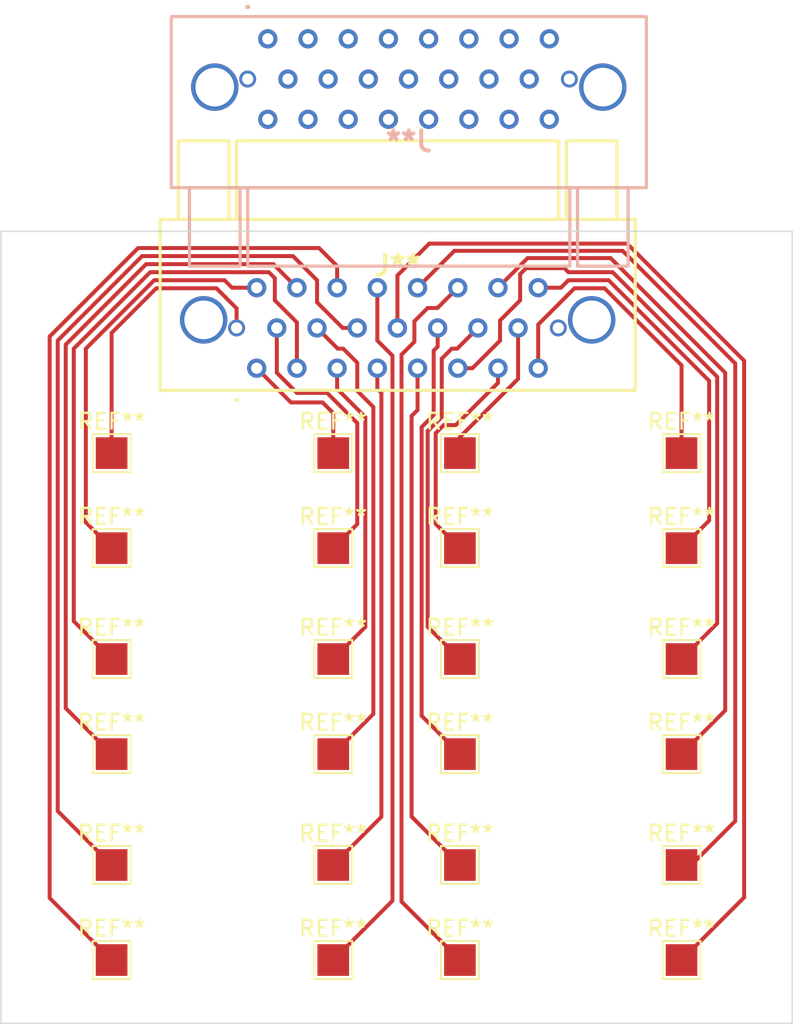
<source format=kicad_pcb>
(kicad_pcb (version 20171130) (host pcbnew 5.1.10)

  (general
    (thickness 1.6)
    (drawings 16)
    (tracks 140)
    (zones 0)
    (modules 26)
    (nets 1)
  )

  (page A4)
  (layers
    (0 F.Cu signal)
    (31 B.Cu signal)
    (32 B.Adhes user hide)
    (33 F.Adhes user hide)
    (34 B.Paste user hide)
    (35 F.Paste user hide)
    (36 B.SilkS user hide)
    (37 F.SilkS user hide)
    (38 B.Mask user hide)
    (39 F.Mask user hide)
    (40 Dwgs.User user)
    (41 Cmts.User user hide)
    (42 Eco1.User user hide)
    (43 Eco2.User user hide)
    (44 Edge.Cuts user)
    (45 Margin user hide)
    (46 B.CrtYd user hide)
    (47 F.CrtYd user hide)
    (48 B.Fab user hide)
    (49 F.Fab user hide)
  )

  (setup
    (last_trace_width 0.25)
    (trace_clearance 0.2)
    (zone_clearance 0.508)
    (zone_45_only no)
    (trace_min 0.2)
    (via_size 0.8)
    (via_drill 0.4)
    (via_min_size 0.4)
    (via_min_drill 0.3)
    (uvia_size 0.3)
    (uvia_drill 0.1)
    (uvias_allowed no)
    (uvia_min_size 0.2)
    (uvia_min_drill 0.1)
    (edge_width 0.05)
    (segment_width 0.2)
    (pcb_text_width 0.3)
    (pcb_text_size 1.5 1.5)
    (mod_edge_width 0.12)
    (mod_text_size 1 1)
    (mod_text_width 0.15)
    (pad_size 2 2)
    (pad_drill 0)
    (pad_to_mask_clearance 0)
    (aux_axis_origin 0 0)
    (visible_elements 7FFFFFFF)
    (pcbplotparams
      (layerselection 0x010fc_ffffffff)
      (usegerberextensions false)
      (usegerberattributes true)
      (usegerberadvancedattributes true)
      (creategerberjobfile true)
      (excludeedgelayer true)
      (linewidth 0.100000)
      (plotframeref false)
      (viasonmask false)
      (mode 1)
      (useauxorigin false)
      (hpglpennumber 1)
      (hpglpenspeed 20)
      (hpglpendiameter 15.000000)
      (psnegative false)
      (psa4output false)
      (plotreference true)
      (plotvalue true)
      (plotinvisibletext false)
      (padsonsilk false)
      (subtractmaskfromsilk false)
      (outputformat 1)
      (mirror false)
      (drillshape 1)
      (scaleselection 1)
      (outputdirectory ""))
  )

  (net 0 "")

  (net_class Default "This is the default net class."
    (clearance 0.2)
    (trace_width 0.25)
    (via_dia 0.8)
    (via_drill 0.4)
    (uvia_dia 0.3)
    (uvia_drill 0.1)
  )

  (module "microD components:M8351313D02CP" (layer F.Cu) (tedit 0) (tstamp 613FDBF4)
    (at 64.8942 56.0979 180)
    (descr M83513/13-D02CP)
    (tags Connector)
    (fp_text reference J** (at -10.175 3.935) (layer F.SilkS)
      (effects (font (size 1.27 1.27) (thickness 0.254)))
    )
    (fp_text value M8351313D02CP (at -10.175 3.935) (layer F.SilkS) hide
      (effects (font (size 1.27 1.27) (thickness 0.254)))
    )
    (fp_arc (start 0 -4.55) (end 0 -4.6) (angle -180) (layer F.SilkS) (width 0.2))
    (fp_arc (start 0 -4.55) (end 0 -4.5) (angle -180) (layer F.SilkS) (width 0.2))
    (fp_arc (start 0 -4.55) (end 0 -4.6) (angle -180) (layer F.SilkS) (width 0.2))
    (fp_text user %R (at -10.175 3.935) (layer F.Fab)
      (effects (font (size 1.27 1.27) (thickness 0.254)))
    )
    (fp_line (start -25.18 6.86) (end 4.83 6.86) (layer F.Fab) (width 0.1))
    (fp_line (start 4.83 6.86) (end 4.83 -3.94) (layer F.Fab) (width 0.1))
    (fp_line (start 4.83 -3.94) (end -25.18 -3.94) (layer F.Fab) (width 0.1))
    (fp_line (start -25.18 -3.94) (end -25.18 6.86) (layer F.Fab) (width 0.1))
    (fp_line (start -20.35 6.86) (end 0 6.86) (layer F.Fab) (width 0.1))
    (fp_line (start 0 6.86) (end 0 11.81) (layer F.Fab) (width 0.1))
    (fp_line (start 0 11.81) (end -20.35 11.81) (layer F.Fab) (width 0.1))
    (fp_line (start -20.35 11.81) (end -20.35 6.86) (layer F.Fab) (width 0.1))
    (fp_line (start -20.35 6.86) (end 0 6.86) (layer F.SilkS) (width 0.2))
    (fp_line (start 0 6.86) (end 0 11.81) (layer F.SilkS) (width 0.2))
    (fp_line (start 0 11.81) (end -20.35 11.81) (layer F.SilkS) (width 0.2))
    (fp_line (start -20.35 11.81) (end -20.35 6.86) (layer F.SilkS) (width 0.2))
    (fp_line (start -25.18 -3.94) (end 4.83 -3.94) (layer F.SilkS) (width 0.2))
    (fp_line (start 4.83 -3.94) (end 4.83 6.86) (layer F.SilkS) (width 0.2))
    (fp_line (start 4.83 6.86) (end -25.18 6.86) (layer F.SilkS) (width 0.2))
    (fp_line (start -25.18 6.86) (end -25.18 -3.94) (layer F.SilkS) (width 0.2))
    (fp_line (start -24.03 6.86) (end -20.83 6.86) (layer F.Fab) (width 0.1))
    (fp_line (start -20.83 6.86) (end -20.83 11.81) (layer F.Fab) (width 0.1))
    (fp_line (start -20.83 11.81) (end -24.03 11.81) (layer F.Fab) (width 0.1))
    (fp_line (start -24.03 11.81) (end -24.03 6.86) (layer F.Fab) (width 0.1))
    (fp_line (start -24.03 6.86) (end -20.83 6.86) (layer F.SilkS) (width 0.2))
    (fp_line (start -20.83 6.86) (end -20.83 11.81) (layer F.SilkS) (width 0.2))
    (fp_line (start -20.83 11.81) (end -24.03 11.81) (layer F.SilkS) (width 0.2))
    (fp_line (start -24.03 11.81) (end -24.03 6.86) (layer F.SilkS) (width 0.2))
    (fp_line (start 0.48 6.86) (end 3.68 6.86) (layer F.Fab) (width 0.1))
    (fp_line (start 3.68 6.86) (end 3.68 11.81) (layer F.Fab) (width 0.1))
    (fp_line (start 3.68 11.81) (end 0.48 11.81) (layer F.Fab) (width 0.1))
    (fp_line (start 0.48 11.81) (end 0.48 6.86) (layer F.Fab) (width 0.1))
    (fp_line (start 0.48 6.86) (end 3.68 6.86) (layer F.SilkS) (width 0.2))
    (fp_line (start 3.68 6.86) (end 3.68 11.81) (layer F.SilkS) (width 0.2))
    (fp_line (start 3.68 11.81) (end 0.48 11.81) (layer F.SilkS) (width 0.2))
    (fp_line (start 0.48 11.81) (end 0.48 6.86) (layer F.SilkS) (width 0.2))
    (fp_line (start -26.18 -4.94) (end 5.83 -4.94) (layer F.CrtYd) (width 0.1))
    (fp_line (start 5.83 -4.94) (end 5.83 12.81) (layer F.CrtYd) (width 0.1))
    (fp_line (start 5.83 12.81) (end -26.18 12.81) (layer F.CrtYd) (width 0.1))
    (fp_line (start -26.18 12.81) (end -26.18 -4.94) (layer F.CrtYd) (width 0.1))
    (fp_line (start 0 -4.6) (end 0 -4.6) (layer F.SilkS) (width 0.2))
    (fp_line (start 0 -4.5) (end 0 -4.5) (layer F.SilkS) (width 0.2))
    (fp_line (start 0 -4.6) (end 0 -4.6) (layer F.SilkS) (width 0.2))
    (pad MH2 thru_hole circle (at -22.43 0.51 180) (size 3 3) (drill 2.44) (layers *.Cu *.Mask))
    (pad MH1 thru_hole circle (at 2.08 0.51 180) (size 3 3) (drill 2.44) (layers *.Cu *.Mask))
    (pad 25 thru_hole circle (at -19.05 2.54 180) (size 1.217 1.217) (drill 0.71) (layers *.Cu *.Mask))
    (pad 24 thru_hole circle (at -17.78 0 180) (size 1.217 1.217) (drill 0.71) (layers *.Cu *.Mask))
    (pad 23 thru_hole circle (at -16.51 2.54 180) (size 1.217 1.217) (drill 0.71) (layers *.Cu *.Mask))
    (pad 22 thru_hole circle (at -15.24 0 180) (size 1.217 1.217) (drill 0.71) (layers *.Cu *.Mask))
    (pad 21 thru_hole circle (at -13.97 2.54 180) (size 1.217 1.217) (drill 0.71) (layers *.Cu *.Mask))
    (pad 20 thru_hole circle (at -11.43 2.54 180) (size 1.217 1.217) (drill 0.71) (layers *.Cu *.Mask))
    (pad 19 thru_hole circle (at -8.89 2.54 180) (size 1.217 1.217) (drill 0.71) (layers *.Cu *.Mask))
    (pad 18 thru_hole circle (at -6.35 2.54 180) (size 1.217 1.217) (drill 0.71) (layers *.Cu *.Mask))
    (pad 17 thru_hole circle (at -5.08 0 180) (size 1.217 1.217) (drill 0.71) (layers *.Cu *.Mask))
    (pad 16 thru_hole circle (at -3.81 2.54 180) (size 1.217 1.217) (drill 0.71) (layers *.Cu *.Mask))
    (pad 15 thru_hole circle (at -2.54 0 180) (size 1.217 1.217) (drill 0.71) (layers *.Cu *.Mask))
    (pad 14 thru_hole circle (at -1.27 2.54 180) (size 1.217 1.217) (drill 0.71) (layers *.Cu *.Mask))
    (pad 13 thru_hole circle (at -20.32 0 180) (size 1.07 1.07) (drill 0.71) (layers *.Cu *.Mask))
    (pad 12 thru_hole circle (at -19.05 -2.54 180) (size 1.217 1.217) (drill 0.71) (layers *.Cu *.Mask))
    (pad 11 thru_hole circle (at -16.51 -2.54 180) (size 1.217 1.217) (drill 0.71) (layers *.Cu *.Mask))
    (pad 10 thru_hole circle (at -13.97 -2.54 180) (size 1.217 1.217) (drill 0.71) (layers *.Cu *.Mask))
    (pad 9 thru_hole circle (at -12.7 0 180) (size 1.217 1.217) (drill 0.71) (layers *.Cu *.Mask))
    (pad 8 thru_hole circle (at -11.43 -2.54 180) (size 1.217 1.217) (drill 0.71) (layers *.Cu *.Mask))
    (pad 7 thru_hole circle (at -10.16 0 180) (size 1.217 1.217) (drill 0.71) (layers *.Cu *.Mask))
    (pad 6 thru_hole circle (at -8.89 -2.54 180) (size 1.217 1.217) (drill 0.71) (layers *.Cu *.Mask))
    (pad 5 thru_hole circle (at -7.62 0 180) (size 1.217 1.217) (drill 0.71) (layers *.Cu *.Mask))
    (pad 4 thru_hole circle (at -6.35 -2.54 180) (size 1.217 1.217) (drill 0.71) (layers *.Cu *.Mask))
    (pad 3 thru_hole circle (at -3.81 -2.54 180) (size 1.217 1.217) (drill 0.71) (layers *.Cu *.Mask))
    (pad 2 thru_hole circle (at -1.27 -2.54 180) (size 1.217 1.217) (drill 0.71) (layers *.Cu *.Mask))
    (pad 1 thru_hole circle (at 0 0 180) (size 1.07 1.07) (drill 0.71) (layers *.Cu *.Mask))
    (model "C:\\Users\\Joe Camilleri\\Desktop\\KICAD_LIBRARIES\\SamacSys_Parts.3dshapes\\M83513_13-D02CP.stp"
      (at (xyz 0 0 0))
      (scale (xyz 1 1 1))
      (rotate (xyz 0 0 0))
    )
  )

  (module components:M8351313D02CP (layer B.Cu) (tedit 0) (tstamp 60EDEF3A)
    (at 65.5955 40.386 180)
    (descr M83513/13-D02CP)
    (tags Connector)
    (fp_text reference J** (at -10.175 -3.935) (layer B.SilkS)
      (effects (font (size 1.27 1.27) (thickness 0.254)) (justify mirror))
    )
    (fp_text value M8351313D02CP (at -10.175 -3.935) (layer B.SilkS) hide
      (effects (font (size 1.27 1.27) (thickness 0.254)) (justify mirror))
    )
    (fp_line (start 0 4.6) (end 0 4.6) (layer B.SilkS) (width 0.2))
    (fp_line (start 0 4.5) (end 0 4.5) (layer B.SilkS) (width 0.2))
    (fp_line (start 0 4.6) (end 0 4.6) (layer B.SilkS) (width 0.2))
    (fp_line (start -26.18 -12.81) (end -26.18 4.94) (layer B.CrtYd) (width 0.1))
    (fp_line (start 5.83 -12.81) (end -26.18 -12.81) (layer B.CrtYd) (width 0.1))
    (fp_line (start 5.83 4.94) (end 5.83 -12.81) (layer B.CrtYd) (width 0.1))
    (fp_line (start -26.18 4.94) (end 5.83 4.94) (layer B.CrtYd) (width 0.1))
    (fp_line (start 0.48 -11.81) (end 0.48 -6.86) (layer B.SilkS) (width 0.2))
    (fp_line (start 3.68 -11.81) (end 0.48 -11.81) (layer B.SilkS) (width 0.2))
    (fp_line (start 3.68 -6.86) (end 3.68 -11.81) (layer B.SilkS) (width 0.2))
    (fp_line (start 0.48 -6.86) (end 3.68 -6.86) (layer B.SilkS) (width 0.2))
    (fp_line (start 0.48 -11.81) (end 0.48 -6.86) (layer B.Fab) (width 0.1))
    (fp_line (start 3.68 -11.81) (end 0.48 -11.81) (layer B.Fab) (width 0.1))
    (fp_line (start 3.68 -6.86) (end 3.68 -11.81) (layer B.Fab) (width 0.1))
    (fp_line (start 0.48 -6.86) (end 3.68 -6.86) (layer B.Fab) (width 0.1))
    (fp_line (start -24.03 -11.81) (end -24.03 -6.86) (layer B.SilkS) (width 0.2))
    (fp_line (start -20.83 -11.81) (end -24.03 -11.81) (layer B.SilkS) (width 0.2))
    (fp_line (start -20.83 -6.86) (end -20.83 -11.81) (layer B.SilkS) (width 0.2))
    (fp_line (start -24.03 -6.86) (end -20.83 -6.86) (layer B.SilkS) (width 0.2))
    (fp_line (start -24.03 -11.81) (end -24.03 -6.86) (layer B.Fab) (width 0.1))
    (fp_line (start -20.83 -11.81) (end -24.03 -11.81) (layer B.Fab) (width 0.1))
    (fp_line (start -20.83 -6.86) (end -20.83 -11.81) (layer B.Fab) (width 0.1))
    (fp_line (start -24.03 -6.86) (end -20.83 -6.86) (layer B.Fab) (width 0.1))
    (fp_line (start -25.18 -6.86) (end -25.18 3.94) (layer B.SilkS) (width 0.2))
    (fp_line (start 4.83 -6.86) (end -25.18 -6.86) (layer B.SilkS) (width 0.2))
    (fp_line (start 4.83 3.94) (end 4.83 -6.86) (layer B.SilkS) (width 0.2))
    (fp_line (start -25.18 3.94) (end 4.83 3.94) (layer B.SilkS) (width 0.2))
    (fp_line (start -20.35 -11.81) (end -20.35 -6.86) (layer B.SilkS) (width 0.2))
    (fp_line (start 0 -11.81) (end -20.35 -11.81) (layer B.SilkS) (width 0.2))
    (fp_line (start 0 -6.86) (end 0 -11.81) (layer B.SilkS) (width 0.2))
    (fp_line (start -20.35 -6.86) (end 0 -6.86) (layer B.SilkS) (width 0.2))
    (fp_line (start -20.35 -11.81) (end -20.35 -6.86) (layer B.Fab) (width 0.1))
    (fp_line (start 0 -11.81) (end -20.35 -11.81) (layer B.Fab) (width 0.1))
    (fp_line (start 0 -6.86) (end 0 -11.81) (layer B.Fab) (width 0.1))
    (fp_line (start -20.35 -6.86) (end 0 -6.86) (layer B.Fab) (width 0.1))
    (fp_line (start -25.18 3.94) (end -25.18 -6.86) (layer B.Fab) (width 0.1))
    (fp_line (start 4.83 3.94) (end -25.18 3.94) (layer B.Fab) (width 0.1))
    (fp_line (start 4.83 -6.86) (end 4.83 3.94) (layer B.Fab) (width 0.1))
    (fp_line (start -25.18 -6.86) (end 4.83 -6.86) (layer B.Fab) (width 0.1))
    (fp_arc (start 0 4.55) (end 0 4.6) (angle 180) (layer B.SilkS) (width 0.2))
    (fp_arc (start 0 4.55) (end 0 4.5) (angle 180) (layer B.SilkS) (width 0.2))
    (fp_arc (start 0 4.55) (end 0 4.6) (angle 180) (layer B.SilkS) (width 0.2))
    (fp_text user %R (at -10.175 -3.935) (layer B.Fab)
      (effects (font (size 1.27 1.27) (thickness 0.254)) (justify mirror))
    )
    (pad MH2 thru_hole circle (at -22.43 -0.51 180) (size 3 3) (drill 2.44) (layers *.Cu *.Mask))
    (pad MH1 thru_hole circle (at 2.08 -0.51 180) (size 3 3) (drill 2.44) (layers *.Cu *.Mask))
    (pad 25 thru_hole circle (at -19.05 -2.54 180) (size 1.217 1.217) (drill 0.71) (layers *.Cu *.Mask))
    (pad 24 thru_hole circle (at -17.78 0 180) (size 1.217 1.217) (drill 0.71) (layers *.Cu *.Mask))
    (pad 23 thru_hole circle (at -16.51 -2.54 180) (size 1.217 1.217) (drill 0.71) (layers *.Cu *.Mask))
    (pad 22 thru_hole circle (at -15.24 0 180) (size 1.217 1.217) (drill 0.71) (layers *.Cu *.Mask))
    (pad 21 thru_hole circle (at -13.97 -2.54 180) (size 1.217 1.217) (drill 0.71) (layers *.Cu *.Mask))
    (pad 20 thru_hole circle (at -11.43 -2.54 180) (size 1.217 1.217) (drill 0.71) (layers *.Cu *.Mask))
    (pad 19 thru_hole circle (at -8.89 -2.54 180) (size 1.217 1.217) (drill 0.71) (layers *.Cu *.Mask))
    (pad 18 thru_hole circle (at -6.35 -2.54 180) (size 1.217 1.217) (drill 0.71) (layers *.Cu *.Mask))
    (pad 17 thru_hole circle (at -5.08 0 180) (size 1.217 1.217) (drill 0.71) (layers *.Cu *.Mask))
    (pad 16 thru_hole circle (at -3.81 -2.54 180) (size 1.217 1.217) (drill 0.71) (layers *.Cu *.Mask))
    (pad 15 thru_hole circle (at -2.54 0 180) (size 1.217 1.217) (drill 0.71) (layers *.Cu *.Mask))
    (pad 14 thru_hole circle (at -1.27 -2.54 180) (size 1.217 1.217) (drill 0.71) (layers *.Cu *.Mask))
    (pad 13 thru_hole circle (at -20.32 0 180) (size 1.07 1.07) (drill 0.71) (layers *.Cu *.Mask))
    (pad 12 thru_hole circle (at -19.05 2.54 180) (size 1.217 1.217) (drill 0.71) (layers *.Cu *.Mask))
    (pad 11 thru_hole circle (at -16.51 2.54 180) (size 1.217 1.217) (drill 0.71) (layers *.Cu *.Mask))
    (pad 10 thru_hole circle (at -13.97 2.54 180) (size 1.217 1.217) (drill 0.71) (layers *.Cu *.Mask))
    (pad 9 thru_hole circle (at -12.7 0 180) (size 1.217 1.217) (drill 0.71) (layers *.Cu *.Mask))
    (pad 8 thru_hole circle (at -11.43 2.54 180) (size 1.217 1.217) (drill 0.71) (layers *.Cu *.Mask))
    (pad 7 thru_hole circle (at -10.16 0 180) (size 1.217 1.217) (drill 0.71) (layers *.Cu *.Mask))
    (pad 6 thru_hole circle (at -8.89 2.54 180) (size 1.217 1.217) (drill 0.71) (layers *.Cu *.Mask))
    (pad 5 thru_hole circle (at -7.62 0 180) (size 1.217 1.217) (drill 0.71) (layers *.Cu *.Mask))
    (pad 4 thru_hole circle (at -6.35 2.54 180) (size 1.217 1.217) (drill 0.71) (layers *.Cu *.Mask))
    (pad 3 thru_hole circle (at -3.81 2.54 180) (size 1.217 1.217) (drill 0.71) (layers *.Cu *.Mask))
    (pad 2 thru_hole circle (at -1.27 2.54 180) (size 1.217 1.217) (drill 0.71) (layers *.Cu *.Mask))
    (pad 1 thru_hole circle (at 0 0 180) (size 1.07 1.07) (drill 0.71) (layers *.Cu *.Mask))
    (model "C:\\Users\\Joe Camilleri\\Desktop\\KICAD_LIBRARIES\\SamacSys_Parts.3dshapes\\M83513_13-D02CP.stp"
      (at (xyz 0 0 0))
      (scale (xyz 1 1 1))
      (rotate (xyz 0 0 0))
    )
  )

  (module TestPoint:TestPoint_Pad_2.0x2.0mm (layer F.Cu) (tedit 5A0F774F) (tstamp 60D53EB1)
    (at 93 64)
    (descr "SMD rectangular pad as test Point, square 2.0mm side length")
    (tags "test point SMD pad rectangle square")
    (attr virtual)
    (fp_text reference REF** (at 0 -1.998) (layer F.SilkS)
      (effects (font (size 1 1) (thickness 0.15)))
    )
    (fp_text value TestPoint_Pad_2.0x2.0mm (at 0 2.05) (layer F.Fab)
      (effects (font (size 1 1) (thickness 0.15)))
    )
    (fp_line (start -1.2 -1.2) (end 1.2 -1.2) (layer F.SilkS) (width 0.12))
    (fp_line (start 1.2 -1.2) (end 1.2 1.2) (layer F.SilkS) (width 0.12))
    (fp_line (start 1.2 1.2) (end -1.2 1.2) (layer F.SilkS) (width 0.12))
    (fp_line (start -1.2 1.2) (end -1.2 -1.2) (layer F.SilkS) (width 0.12))
    (fp_line (start -1.5 -1.5) (end 1.5 -1.5) (layer F.CrtYd) (width 0.05))
    (fp_line (start -1.5 -1.5) (end -1.5 1.5) (layer F.CrtYd) (width 0.05))
    (fp_line (start 1.5 1.5) (end 1.5 -1.5) (layer F.CrtYd) (width 0.05))
    (fp_line (start 1.5 1.5) (end -1.5 1.5) (layer F.CrtYd) (width 0.05))
    (fp_text user %R (at 0 -2) (layer F.Fab)
      (effects (font (size 1 1) (thickness 0.15)))
    )
    (pad 1 smd rect (at 0 0) (size 2 2) (layers F.Cu F.Mask))
  )

  (module TestPoint:TestPoint_Pad_2.0x2.0mm (layer F.Cu) (tedit 5A0F774F) (tstamp 60D53EB1)
    (at 93 70)
    (descr "SMD rectangular pad as test Point, square 2.0mm side length")
    (tags "test point SMD pad rectangle square")
    (attr virtual)
    (fp_text reference REF** (at 0 -1.998) (layer F.SilkS)
      (effects (font (size 1 1) (thickness 0.15)))
    )
    (fp_text value TestPoint_Pad_2.0x2.0mm (at 0 2.05) (layer F.Fab)
      (effects (font (size 1 1) (thickness 0.15)))
    )
    (fp_line (start -1.2 -1.2) (end 1.2 -1.2) (layer F.SilkS) (width 0.12))
    (fp_line (start 1.2 -1.2) (end 1.2 1.2) (layer F.SilkS) (width 0.12))
    (fp_line (start 1.2 1.2) (end -1.2 1.2) (layer F.SilkS) (width 0.12))
    (fp_line (start -1.2 1.2) (end -1.2 -1.2) (layer F.SilkS) (width 0.12))
    (fp_line (start -1.5 -1.5) (end 1.5 -1.5) (layer F.CrtYd) (width 0.05))
    (fp_line (start -1.5 -1.5) (end -1.5 1.5) (layer F.CrtYd) (width 0.05))
    (fp_line (start 1.5 1.5) (end 1.5 -1.5) (layer F.CrtYd) (width 0.05))
    (fp_line (start 1.5 1.5) (end -1.5 1.5) (layer F.CrtYd) (width 0.05))
    (fp_text user %R (at 0 -2) (layer F.Fab)
      (effects (font (size 1 1) (thickness 0.15)))
    )
    (pad 1 smd rect (at 0 0) (size 2 2) (layers F.Cu F.Mask))
  )

  (module TestPoint:TestPoint_Pad_2.0x2.0mm (layer F.Cu) (tedit 5A0F774F) (tstamp 60D53EB1)
    (at 93 77)
    (descr "SMD rectangular pad as test Point, square 2.0mm side length")
    (tags "test point SMD pad rectangle square")
    (attr virtual)
    (fp_text reference REF** (at 0 -1.998) (layer F.SilkS)
      (effects (font (size 1 1) (thickness 0.15)))
    )
    (fp_text value TestPoint_Pad_2.0x2.0mm (at 0 2.05) (layer F.Fab)
      (effects (font (size 1 1) (thickness 0.15)))
    )
    (fp_line (start -1.2 -1.2) (end 1.2 -1.2) (layer F.SilkS) (width 0.12))
    (fp_line (start 1.2 -1.2) (end 1.2 1.2) (layer F.SilkS) (width 0.12))
    (fp_line (start 1.2 1.2) (end -1.2 1.2) (layer F.SilkS) (width 0.12))
    (fp_line (start -1.2 1.2) (end -1.2 -1.2) (layer F.SilkS) (width 0.12))
    (fp_line (start -1.5 -1.5) (end 1.5 -1.5) (layer F.CrtYd) (width 0.05))
    (fp_line (start -1.5 -1.5) (end -1.5 1.5) (layer F.CrtYd) (width 0.05))
    (fp_line (start 1.5 1.5) (end 1.5 -1.5) (layer F.CrtYd) (width 0.05))
    (fp_line (start 1.5 1.5) (end -1.5 1.5) (layer F.CrtYd) (width 0.05))
    (fp_text user %R (at 0 -2) (layer F.Fab)
      (effects (font (size 1 1) (thickness 0.15)))
    )
    (pad 1 smd rect (at 0 0) (size 2 2) (layers F.Cu F.Mask))
  )

  (module TestPoint:TestPoint_Pad_2.0x2.0mm (layer F.Cu) (tedit 5A0F774F) (tstamp 60D53EB1)
    (at 93 83)
    (descr "SMD rectangular pad as test Point, square 2.0mm side length")
    (tags "test point SMD pad rectangle square")
    (attr virtual)
    (fp_text reference REF** (at 0 -1.998) (layer F.SilkS)
      (effects (font (size 1 1) (thickness 0.15)))
    )
    (fp_text value TestPoint_Pad_2.0x2.0mm (at 0 2.05) (layer F.Fab)
      (effects (font (size 1 1) (thickness 0.15)))
    )
    (fp_line (start -1.2 -1.2) (end 1.2 -1.2) (layer F.SilkS) (width 0.12))
    (fp_line (start 1.2 -1.2) (end 1.2 1.2) (layer F.SilkS) (width 0.12))
    (fp_line (start 1.2 1.2) (end -1.2 1.2) (layer F.SilkS) (width 0.12))
    (fp_line (start -1.2 1.2) (end -1.2 -1.2) (layer F.SilkS) (width 0.12))
    (fp_line (start -1.5 -1.5) (end 1.5 -1.5) (layer F.CrtYd) (width 0.05))
    (fp_line (start -1.5 -1.5) (end -1.5 1.5) (layer F.CrtYd) (width 0.05))
    (fp_line (start 1.5 1.5) (end 1.5 -1.5) (layer F.CrtYd) (width 0.05))
    (fp_line (start 1.5 1.5) (end -1.5 1.5) (layer F.CrtYd) (width 0.05))
    (fp_text user %R (at 0 -2) (layer F.Fab)
      (effects (font (size 1 1) (thickness 0.15)))
    )
    (pad 1 smd rect (at 0 0) (size 2 2) (layers F.Cu F.Mask))
  )

  (module TestPoint:TestPoint_Pad_2.0x2.0mm (layer F.Cu) (tedit 5A0F774F) (tstamp 60D53EB1)
    (at 93 96)
    (descr "SMD rectangular pad as test Point, square 2.0mm side length")
    (tags "test point SMD pad rectangle square")
    (attr virtual)
    (fp_text reference REF** (at 0 -1.998) (layer F.SilkS)
      (effects (font (size 1 1) (thickness 0.15)))
    )
    (fp_text value TestPoint_Pad_2.0x2.0mm (at 0 2.05) (layer F.Fab)
      (effects (font (size 1 1) (thickness 0.15)))
    )
    (fp_line (start -1.2 -1.2) (end 1.2 -1.2) (layer F.SilkS) (width 0.12))
    (fp_line (start 1.2 -1.2) (end 1.2 1.2) (layer F.SilkS) (width 0.12))
    (fp_line (start 1.2 1.2) (end -1.2 1.2) (layer F.SilkS) (width 0.12))
    (fp_line (start -1.2 1.2) (end -1.2 -1.2) (layer F.SilkS) (width 0.12))
    (fp_line (start -1.5 -1.5) (end 1.5 -1.5) (layer F.CrtYd) (width 0.05))
    (fp_line (start -1.5 -1.5) (end -1.5 1.5) (layer F.CrtYd) (width 0.05))
    (fp_line (start 1.5 1.5) (end 1.5 -1.5) (layer F.CrtYd) (width 0.05))
    (fp_line (start 1.5 1.5) (end -1.5 1.5) (layer F.CrtYd) (width 0.05))
    (fp_text user %R (at 0 -2) (layer F.Fab)
      (effects (font (size 1 1) (thickness 0.15)))
    )
    (pad 1 smd rect (at 0 0) (size 2 2) (layers F.Cu F.Mask))
  )

  (module TestPoint:TestPoint_Pad_2.0x2.0mm (layer F.Cu) (tedit 5A0F774F) (tstamp 60D53EB1)
    (at 93 90)
    (descr "SMD rectangular pad as test Point, square 2.0mm side length")
    (tags "test point SMD pad rectangle square")
    (attr virtual)
    (fp_text reference REF** (at 0 -1.998) (layer F.SilkS)
      (effects (font (size 1 1) (thickness 0.15)))
    )
    (fp_text value TestPoint_Pad_2.0x2.0mm (at 0 2.05) (layer F.Fab)
      (effects (font (size 1 1) (thickness 0.15)))
    )
    (fp_line (start -1.2 -1.2) (end 1.2 -1.2) (layer F.SilkS) (width 0.12))
    (fp_line (start 1.2 -1.2) (end 1.2 1.2) (layer F.SilkS) (width 0.12))
    (fp_line (start 1.2 1.2) (end -1.2 1.2) (layer F.SilkS) (width 0.12))
    (fp_line (start -1.2 1.2) (end -1.2 -1.2) (layer F.SilkS) (width 0.12))
    (fp_line (start -1.5 -1.5) (end 1.5 -1.5) (layer F.CrtYd) (width 0.05))
    (fp_line (start -1.5 -1.5) (end -1.5 1.5) (layer F.CrtYd) (width 0.05))
    (fp_line (start 1.5 1.5) (end 1.5 -1.5) (layer F.CrtYd) (width 0.05))
    (fp_line (start 1.5 1.5) (end -1.5 1.5) (layer F.CrtYd) (width 0.05))
    (fp_text user %R (at 0 -2) (layer F.Fab)
      (effects (font (size 1 1) (thickness 0.15)))
    )
    (pad 1 smd rect (at 0 0) (size 2 2) (layers F.Cu F.Mask))
  )

  (module TestPoint:TestPoint_Pad_2.0x2.0mm (layer F.Cu) (tedit 5A0F774F) (tstamp 60D53EB1)
    (at 79 96)
    (descr "SMD rectangular pad as test Point, square 2.0mm side length")
    (tags "test point SMD pad rectangle square")
    (attr virtual)
    (fp_text reference REF** (at 0 -1.998) (layer F.SilkS)
      (effects (font (size 1 1) (thickness 0.15)))
    )
    (fp_text value TestPoint_Pad_2.0x2.0mm (at 0 2.05) (layer F.Fab)
      (effects (font (size 1 1) (thickness 0.15)))
    )
    (fp_line (start -1.2 -1.2) (end 1.2 -1.2) (layer F.SilkS) (width 0.12))
    (fp_line (start 1.2 -1.2) (end 1.2 1.2) (layer F.SilkS) (width 0.12))
    (fp_line (start 1.2 1.2) (end -1.2 1.2) (layer F.SilkS) (width 0.12))
    (fp_line (start -1.2 1.2) (end -1.2 -1.2) (layer F.SilkS) (width 0.12))
    (fp_line (start -1.5 -1.5) (end 1.5 -1.5) (layer F.CrtYd) (width 0.05))
    (fp_line (start -1.5 -1.5) (end -1.5 1.5) (layer F.CrtYd) (width 0.05))
    (fp_line (start 1.5 1.5) (end 1.5 -1.5) (layer F.CrtYd) (width 0.05))
    (fp_line (start 1.5 1.5) (end -1.5 1.5) (layer F.CrtYd) (width 0.05))
    (fp_text user %R (at 0 -2) (layer F.Fab)
      (effects (font (size 1 1) (thickness 0.15)))
    )
    (pad 1 smd rect (at 0 0) (size 2 2) (layers F.Cu F.Mask))
  )

  (module TestPoint:TestPoint_Pad_2.0x2.0mm (layer F.Cu) (tedit 5A0F774F) (tstamp 60D53EB1)
    (at 79 90)
    (descr "SMD rectangular pad as test Point, square 2.0mm side length")
    (tags "test point SMD pad rectangle square")
    (attr virtual)
    (fp_text reference REF** (at 0 -1.998) (layer F.SilkS)
      (effects (font (size 1 1) (thickness 0.15)))
    )
    (fp_text value TestPoint_Pad_2.0x2.0mm (at 0 2.05) (layer F.Fab)
      (effects (font (size 1 1) (thickness 0.15)))
    )
    (fp_line (start -1.2 -1.2) (end 1.2 -1.2) (layer F.SilkS) (width 0.12))
    (fp_line (start 1.2 -1.2) (end 1.2 1.2) (layer F.SilkS) (width 0.12))
    (fp_line (start 1.2 1.2) (end -1.2 1.2) (layer F.SilkS) (width 0.12))
    (fp_line (start -1.2 1.2) (end -1.2 -1.2) (layer F.SilkS) (width 0.12))
    (fp_line (start -1.5 -1.5) (end 1.5 -1.5) (layer F.CrtYd) (width 0.05))
    (fp_line (start -1.5 -1.5) (end -1.5 1.5) (layer F.CrtYd) (width 0.05))
    (fp_line (start 1.5 1.5) (end 1.5 -1.5) (layer F.CrtYd) (width 0.05))
    (fp_line (start 1.5 1.5) (end -1.5 1.5) (layer F.CrtYd) (width 0.05))
    (fp_text user %R (at 0 -2) (layer F.Fab)
      (effects (font (size 1 1) (thickness 0.15)))
    )
    (pad 1 smd rect (at 0 0) (size 2 2) (layers F.Cu F.Mask))
  )

  (module TestPoint:TestPoint_Pad_2.0x2.0mm (layer F.Cu) (tedit 5A0F774F) (tstamp 60D53EB1)
    (at 79 83)
    (descr "SMD rectangular pad as test Point, square 2.0mm side length")
    (tags "test point SMD pad rectangle square")
    (attr virtual)
    (fp_text reference REF** (at 0 -1.998) (layer F.SilkS)
      (effects (font (size 1 1) (thickness 0.15)))
    )
    (fp_text value TestPoint_Pad_2.0x2.0mm (at 0 2.05) (layer F.Fab)
      (effects (font (size 1 1) (thickness 0.15)))
    )
    (fp_line (start -1.2 -1.2) (end 1.2 -1.2) (layer F.SilkS) (width 0.12))
    (fp_line (start 1.2 -1.2) (end 1.2 1.2) (layer F.SilkS) (width 0.12))
    (fp_line (start 1.2 1.2) (end -1.2 1.2) (layer F.SilkS) (width 0.12))
    (fp_line (start -1.2 1.2) (end -1.2 -1.2) (layer F.SilkS) (width 0.12))
    (fp_line (start -1.5 -1.5) (end 1.5 -1.5) (layer F.CrtYd) (width 0.05))
    (fp_line (start -1.5 -1.5) (end -1.5 1.5) (layer F.CrtYd) (width 0.05))
    (fp_line (start 1.5 1.5) (end 1.5 -1.5) (layer F.CrtYd) (width 0.05))
    (fp_line (start 1.5 1.5) (end -1.5 1.5) (layer F.CrtYd) (width 0.05))
    (fp_text user %R (at 0 -2) (layer F.Fab)
      (effects (font (size 1 1) (thickness 0.15)))
    )
    (pad 1 smd rect (at 0 0) (size 2 2) (layers F.Cu F.Mask))
  )

  (module TestPoint:TestPoint_Pad_2.0x2.0mm (layer F.Cu) (tedit 5A0F774F) (tstamp 60D53EB1)
    (at 79 77)
    (descr "SMD rectangular pad as test Point, square 2.0mm side length")
    (tags "test point SMD pad rectangle square")
    (attr virtual)
    (fp_text reference REF** (at 0 -1.998) (layer F.SilkS)
      (effects (font (size 1 1) (thickness 0.15)))
    )
    (fp_text value TestPoint_Pad_2.0x2.0mm (at 0 2.05) (layer F.Fab)
      (effects (font (size 1 1) (thickness 0.15)))
    )
    (fp_line (start -1.2 -1.2) (end 1.2 -1.2) (layer F.SilkS) (width 0.12))
    (fp_line (start 1.2 -1.2) (end 1.2 1.2) (layer F.SilkS) (width 0.12))
    (fp_line (start 1.2 1.2) (end -1.2 1.2) (layer F.SilkS) (width 0.12))
    (fp_line (start -1.2 1.2) (end -1.2 -1.2) (layer F.SilkS) (width 0.12))
    (fp_line (start -1.5 -1.5) (end 1.5 -1.5) (layer F.CrtYd) (width 0.05))
    (fp_line (start -1.5 -1.5) (end -1.5 1.5) (layer F.CrtYd) (width 0.05))
    (fp_line (start 1.5 1.5) (end 1.5 -1.5) (layer F.CrtYd) (width 0.05))
    (fp_line (start 1.5 1.5) (end -1.5 1.5) (layer F.CrtYd) (width 0.05))
    (fp_text user %R (at 0 -2) (layer F.Fab)
      (effects (font (size 1 1) (thickness 0.15)))
    )
    (pad 1 smd rect (at 0 0) (size 2 2) (layers F.Cu F.Mask))
  )

  (module TestPoint:TestPoint_Pad_2.0x2.0mm (layer F.Cu) (tedit 5A0F774F) (tstamp 60D53EB1)
    (at 79 70)
    (descr "SMD rectangular pad as test Point, square 2.0mm side length")
    (tags "test point SMD pad rectangle square")
    (attr virtual)
    (fp_text reference REF** (at 0 -1.998) (layer F.SilkS)
      (effects (font (size 1 1) (thickness 0.15)))
    )
    (fp_text value TestPoint_Pad_2.0x2.0mm (at 0 2.05) (layer F.Fab)
      (effects (font (size 1 1) (thickness 0.15)))
    )
    (fp_line (start -1.2 -1.2) (end 1.2 -1.2) (layer F.SilkS) (width 0.12))
    (fp_line (start 1.2 -1.2) (end 1.2 1.2) (layer F.SilkS) (width 0.12))
    (fp_line (start 1.2 1.2) (end -1.2 1.2) (layer F.SilkS) (width 0.12))
    (fp_line (start -1.2 1.2) (end -1.2 -1.2) (layer F.SilkS) (width 0.12))
    (fp_line (start -1.5 -1.5) (end 1.5 -1.5) (layer F.CrtYd) (width 0.05))
    (fp_line (start -1.5 -1.5) (end -1.5 1.5) (layer F.CrtYd) (width 0.05))
    (fp_line (start 1.5 1.5) (end 1.5 -1.5) (layer F.CrtYd) (width 0.05))
    (fp_line (start 1.5 1.5) (end -1.5 1.5) (layer F.CrtYd) (width 0.05))
    (fp_text user %R (at 0 -2) (layer F.Fab)
      (effects (font (size 1 1) (thickness 0.15)))
    )
    (pad 1 smd rect (at 0 0) (size 2 2) (layers F.Cu F.Mask))
  )

  (module TestPoint:TestPoint_Pad_2.0x2.0mm (layer F.Cu) (tedit 5A0F774F) (tstamp 60D53EB1)
    (at 79 64)
    (descr "SMD rectangular pad as test Point, square 2.0mm side length")
    (tags "test point SMD pad rectangle square")
    (attr virtual)
    (fp_text reference REF** (at 0 -1.998) (layer F.SilkS)
      (effects (font (size 1 1) (thickness 0.15)))
    )
    (fp_text value TestPoint_Pad_2.0x2.0mm (at 0 2.05) (layer F.Fab)
      (effects (font (size 1 1) (thickness 0.15)))
    )
    (fp_line (start -1.2 -1.2) (end 1.2 -1.2) (layer F.SilkS) (width 0.12))
    (fp_line (start 1.2 -1.2) (end 1.2 1.2) (layer F.SilkS) (width 0.12))
    (fp_line (start 1.2 1.2) (end -1.2 1.2) (layer F.SilkS) (width 0.12))
    (fp_line (start -1.2 1.2) (end -1.2 -1.2) (layer F.SilkS) (width 0.12))
    (fp_line (start -1.5 -1.5) (end 1.5 -1.5) (layer F.CrtYd) (width 0.05))
    (fp_line (start -1.5 -1.5) (end -1.5 1.5) (layer F.CrtYd) (width 0.05))
    (fp_line (start 1.5 1.5) (end 1.5 -1.5) (layer F.CrtYd) (width 0.05))
    (fp_line (start 1.5 1.5) (end -1.5 1.5) (layer F.CrtYd) (width 0.05))
    (fp_text user %R (at 0 -2) (layer F.Fab)
      (effects (font (size 1 1) (thickness 0.15)))
    )
    (pad 1 smd rect (at 0 0) (size 2 2) (layers F.Cu F.Mask))
  )

  (module TestPoint:TestPoint_Pad_2.0x2.0mm (layer F.Cu) (tedit 60DF5DDF) (tstamp 60D53EB1)
    (at 71 96)
    (descr "SMD rectangular pad as test Point, square 2.0mm side length")
    (tags "test point SMD pad rectangle square")
    (attr virtual)
    (fp_text reference REF** (at 0 -1.998) (layer F.SilkS)
      (effects (font (size 1 1) (thickness 0.15)))
    )
    (fp_text value TestPoint_Pad_2.0x2.0mm (at 0 2.05) (layer F.Fab)
      (effects (font (size 1 1) (thickness 0.15)))
    )
    (fp_line (start -1.2 -1.2) (end 1.2 -1.2) (layer F.SilkS) (width 0.12))
    (fp_line (start 1.2 -1.2) (end 1.2 1.2) (layer F.SilkS) (width 0.12))
    (fp_line (start 1.2 1.2) (end -1.2 1.2) (layer F.SilkS) (width 0.12))
    (fp_line (start -1.2 1.2) (end -1.2 -1.2) (layer F.SilkS) (width 0.12))
    (fp_line (start -1.5 -1.5) (end 1.5 -1.5) (layer F.CrtYd) (width 0.05))
    (fp_line (start -1.5 -1.5) (end -1.5 1.5) (layer F.CrtYd) (width 0.05))
    (fp_line (start 1.5 1.5) (end 1.5 -1.5) (layer F.CrtYd) (width 0.05))
    (fp_line (start 1.5 1.5) (end -1.5 1.5) (layer F.CrtYd) (width 0.05))
    (fp_text user %R (at 0 -2) (layer F.Fab)
      (effects (font (size 1 1) (thickness 0.15)))
    )
    (pad 12 smd rect (at 0 0) (size 2 2) (layers F.Cu F.Mask))
  )

  (module TestPoint:TestPoint_Pad_2.0x2.0mm (layer F.Cu) (tedit 60DF5DDC) (tstamp 60D53EB1)
    (at 71 90)
    (descr "SMD rectangular pad as test Point, square 2.0mm side length")
    (tags "test point SMD pad rectangle square")
    (attr virtual)
    (fp_text reference REF** (at 0 -1.998) (layer F.SilkS)
      (effects (font (size 1 1) (thickness 0.15)))
    )
    (fp_text value TestPoint_Pad_2.0x2.0mm (at 0 2.05) (layer F.Fab)
      (effects (font (size 1 1) (thickness 0.15)))
    )
    (fp_line (start -1.2 -1.2) (end 1.2 -1.2) (layer F.SilkS) (width 0.12))
    (fp_line (start 1.2 -1.2) (end 1.2 1.2) (layer F.SilkS) (width 0.12))
    (fp_line (start 1.2 1.2) (end -1.2 1.2) (layer F.SilkS) (width 0.12))
    (fp_line (start -1.2 1.2) (end -1.2 -1.2) (layer F.SilkS) (width 0.12))
    (fp_line (start -1.5 -1.5) (end 1.5 -1.5) (layer F.CrtYd) (width 0.05))
    (fp_line (start -1.5 -1.5) (end -1.5 1.5) (layer F.CrtYd) (width 0.05))
    (fp_line (start 1.5 1.5) (end 1.5 -1.5) (layer F.CrtYd) (width 0.05))
    (fp_line (start 1.5 1.5) (end -1.5 1.5) (layer F.CrtYd) (width 0.05))
    (fp_text user %R (at 0 -2) (layer F.Fab)
      (effects (font (size 1 1) (thickness 0.15)))
    )
    (pad 11 smd rect (at 0 0) (size 2 2) (layers F.Cu F.Mask))
  )

  (module TestPoint:TestPoint_Pad_2.0x2.0mm (layer F.Cu) (tedit 60DF5DD8) (tstamp 60D53EB1)
    (at 57 96)
    (descr "SMD rectangular pad as test Point, square 2.0mm side length")
    (tags "test point SMD pad rectangle square")
    (attr virtual)
    (fp_text reference REF** (at 0 -1.998) (layer F.SilkS)
      (effects (font (size 1 1) (thickness 0.15)))
    )
    (fp_text value TestPoint_Pad_2.0x2.0mm (at 0 2.05) (layer F.Fab)
      (effects (font (size 1 1) (thickness 0.15)))
    )
    (fp_line (start -1.2 -1.2) (end 1.2 -1.2) (layer F.SilkS) (width 0.12))
    (fp_line (start 1.2 -1.2) (end 1.2 1.2) (layer F.SilkS) (width 0.12))
    (fp_line (start 1.2 1.2) (end -1.2 1.2) (layer F.SilkS) (width 0.12))
    (fp_line (start -1.2 1.2) (end -1.2 -1.2) (layer F.SilkS) (width 0.12))
    (fp_line (start -1.5 -1.5) (end 1.5 -1.5) (layer F.CrtYd) (width 0.05))
    (fp_line (start -1.5 -1.5) (end -1.5 1.5) (layer F.CrtYd) (width 0.05))
    (fp_line (start 1.5 1.5) (end 1.5 -1.5) (layer F.CrtYd) (width 0.05))
    (fp_line (start 1.5 1.5) (end -1.5 1.5) (layer F.CrtYd) (width 0.05))
    (fp_text user %R (at 0 -2) (layer F.Fab)
      (effects (font (size 1 1) (thickness 0.15)))
    )
    (pad 10 smd rect (at 0 0) (size 2 2) (layers F.Cu F.Mask))
  )

  (module TestPoint:TestPoint_Pad_2.0x2.0mm (layer F.Cu) (tedit 60DF5DD4) (tstamp 60D53EB1)
    (at 57 90)
    (descr "SMD rectangular pad as test Point, square 2.0mm side length")
    (tags "test point SMD pad rectangle square")
    (attr virtual)
    (fp_text reference REF** (at 0 -1.998) (layer F.SilkS)
      (effects (font (size 1 1) (thickness 0.15)))
    )
    (fp_text value TestPoint_Pad_2.0x2.0mm (at 0 2.05) (layer F.Fab)
      (effects (font (size 1 1) (thickness 0.15)))
    )
    (fp_line (start -1.2 -1.2) (end 1.2 -1.2) (layer F.SilkS) (width 0.12))
    (fp_line (start 1.2 -1.2) (end 1.2 1.2) (layer F.SilkS) (width 0.12))
    (fp_line (start 1.2 1.2) (end -1.2 1.2) (layer F.SilkS) (width 0.12))
    (fp_line (start -1.2 1.2) (end -1.2 -1.2) (layer F.SilkS) (width 0.12))
    (fp_line (start -1.5 -1.5) (end 1.5 -1.5) (layer F.CrtYd) (width 0.05))
    (fp_line (start -1.5 -1.5) (end -1.5 1.5) (layer F.CrtYd) (width 0.05))
    (fp_line (start 1.5 1.5) (end 1.5 -1.5) (layer F.CrtYd) (width 0.05))
    (fp_line (start 1.5 1.5) (end -1.5 1.5) (layer F.CrtYd) (width 0.05))
    (fp_text user %R (at 0 -2) (layer F.Fab)
      (effects (font (size 1 1) (thickness 0.15)))
    )
    (pad 9 smd rect (at 0 0) (size 2 2) (layers F.Cu F.Mask))
  )

  (module TestPoint:TestPoint_Pad_2.0x2.0mm (layer F.Cu) (tedit 60DF5DC4) (tstamp 60D53EB1)
    (at 71 83)
    (descr "SMD rectangular pad as test Point, square 2.0mm side length")
    (tags "test point SMD pad rectangle square")
    (attr virtual)
    (fp_text reference REF** (at 0 -1.998) (layer F.SilkS)
      (effects (font (size 1 1) (thickness 0.15)))
    )
    (fp_text value TestPoint_Pad_2.0x2.0mm (at 0 2.05) (layer F.Fab)
      (effects (font (size 1 1) (thickness 0.15)))
    )
    (fp_line (start -1.2 -1.2) (end 1.2 -1.2) (layer F.SilkS) (width 0.12))
    (fp_line (start 1.2 -1.2) (end 1.2 1.2) (layer F.SilkS) (width 0.12))
    (fp_line (start 1.2 1.2) (end -1.2 1.2) (layer F.SilkS) (width 0.12))
    (fp_line (start -1.2 1.2) (end -1.2 -1.2) (layer F.SilkS) (width 0.12))
    (fp_line (start -1.5 -1.5) (end 1.5 -1.5) (layer F.CrtYd) (width 0.05))
    (fp_line (start -1.5 -1.5) (end -1.5 1.5) (layer F.CrtYd) (width 0.05))
    (fp_line (start 1.5 1.5) (end 1.5 -1.5) (layer F.CrtYd) (width 0.05))
    (fp_line (start 1.5 1.5) (end -1.5 1.5) (layer F.CrtYd) (width 0.05))
    (fp_text user %R (at 0 -2) (layer F.Fab)
      (effects (font (size 1 1) (thickness 0.15)))
    )
    (pad 8 smd rect (at 0 0) (size 2 2) (layers F.Cu F.Mask))
  )

  (module TestPoint:TestPoint_Pad_2.0x2.0mm (layer F.Cu) (tedit 60DF5DBA) (tstamp 60D53EB1)
    (at 71 77)
    (descr "SMD rectangular pad as test Point, square 2.0mm side length")
    (tags "test point SMD pad rectangle square")
    (attr virtual)
    (fp_text reference REF** (at 0 -1.998) (layer F.SilkS)
      (effects (font (size 1 1) (thickness 0.15)))
    )
    (fp_text value TestPoint_Pad_2.0x2.0mm (at 0 2.05) (layer F.Fab)
      (effects (font (size 1 1) (thickness 0.15)))
    )
    (fp_line (start -1.2 -1.2) (end 1.2 -1.2) (layer F.SilkS) (width 0.12))
    (fp_line (start 1.2 -1.2) (end 1.2 1.2) (layer F.SilkS) (width 0.12))
    (fp_line (start 1.2 1.2) (end -1.2 1.2) (layer F.SilkS) (width 0.12))
    (fp_line (start -1.2 1.2) (end -1.2 -1.2) (layer F.SilkS) (width 0.12))
    (fp_line (start -1.5 -1.5) (end 1.5 -1.5) (layer F.CrtYd) (width 0.05))
    (fp_line (start -1.5 -1.5) (end -1.5 1.5) (layer F.CrtYd) (width 0.05))
    (fp_line (start 1.5 1.5) (end 1.5 -1.5) (layer F.CrtYd) (width 0.05))
    (fp_line (start 1.5 1.5) (end -1.5 1.5) (layer F.CrtYd) (width 0.05))
    (fp_text user %R (at 0 -2) (layer F.Fab)
      (effects (font (size 1 1) (thickness 0.15)))
    )
    (pad 7 smd rect (at 0 0) (size 2 2) (layers F.Cu F.Mask))
  )

  (module TestPoint:TestPoint_Pad_2.0x2.0mm (layer F.Cu) (tedit 60DF5DB7) (tstamp 60D53EB1)
    (at 57 83)
    (descr "SMD rectangular pad as test Point, square 2.0mm side length")
    (tags "test point SMD pad rectangle square")
    (attr virtual)
    (fp_text reference REF** (at 0 -1.998) (layer F.SilkS)
      (effects (font (size 1 1) (thickness 0.15)))
    )
    (fp_text value TestPoint_Pad_2.0x2.0mm (at 0 2.05) (layer F.Fab)
      (effects (font (size 1 1) (thickness 0.15)))
    )
    (fp_line (start -1.2 -1.2) (end 1.2 -1.2) (layer F.SilkS) (width 0.12))
    (fp_line (start 1.2 -1.2) (end 1.2 1.2) (layer F.SilkS) (width 0.12))
    (fp_line (start 1.2 1.2) (end -1.2 1.2) (layer F.SilkS) (width 0.12))
    (fp_line (start -1.2 1.2) (end -1.2 -1.2) (layer F.SilkS) (width 0.12))
    (fp_line (start -1.5 -1.5) (end 1.5 -1.5) (layer F.CrtYd) (width 0.05))
    (fp_line (start -1.5 -1.5) (end -1.5 1.5) (layer F.CrtYd) (width 0.05))
    (fp_line (start 1.5 1.5) (end 1.5 -1.5) (layer F.CrtYd) (width 0.05))
    (fp_line (start 1.5 1.5) (end -1.5 1.5) (layer F.CrtYd) (width 0.05))
    (fp_text user %R (at 0 -2) (layer F.Fab)
      (effects (font (size 1 1) (thickness 0.15)))
    )
    (pad 6 smd rect (at 0 0) (size 2 2) (layers F.Cu F.Mask))
  )

  (module TestPoint:TestPoint_Pad_2.0x2.0mm (layer F.Cu) (tedit 60DF5DB3) (tstamp 60D53EB1)
    (at 57 77)
    (descr "SMD rectangular pad as test Point, square 2.0mm side length")
    (tags "test point SMD pad rectangle square")
    (attr virtual)
    (fp_text reference REF** (at 0 -1.998) (layer F.SilkS)
      (effects (font (size 1 1) (thickness 0.15)))
    )
    (fp_text value TestPoint_Pad_2.0x2.0mm (at 0 2.05) (layer F.Fab)
      (effects (font (size 1 1) (thickness 0.15)))
    )
    (fp_line (start -1.2 -1.2) (end 1.2 -1.2) (layer F.SilkS) (width 0.12))
    (fp_line (start 1.2 -1.2) (end 1.2 1.2) (layer F.SilkS) (width 0.12))
    (fp_line (start 1.2 1.2) (end -1.2 1.2) (layer F.SilkS) (width 0.12))
    (fp_line (start -1.2 1.2) (end -1.2 -1.2) (layer F.SilkS) (width 0.12))
    (fp_line (start -1.5 -1.5) (end 1.5 -1.5) (layer F.CrtYd) (width 0.05))
    (fp_line (start -1.5 -1.5) (end -1.5 1.5) (layer F.CrtYd) (width 0.05))
    (fp_line (start 1.5 1.5) (end 1.5 -1.5) (layer F.CrtYd) (width 0.05))
    (fp_line (start 1.5 1.5) (end -1.5 1.5) (layer F.CrtYd) (width 0.05))
    (fp_text user %R (at 0 -2) (layer F.Fab)
      (effects (font (size 1 1) (thickness 0.15)))
    )
    (pad 5 smd rect (at 0 0) (size 2 2) (layers F.Cu F.Mask))
  )

  (module TestPoint:TestPoint_Pad_2.0x2.0mm (layer F.Cu) (tedit 60DF5DAF) (tstamp 60D53EB1)
    (at 71 70)
    (descr "SMD rectangular pad as test Point, square 2.0mm side length")
    (tags "test point SMD pad rectangle square")
    (attr virtual)
    (fp_text reference REF** (at 0 -1.998) (layer F.SilkS)
      (effects (font (size 1 1) (thickness 0.15)))
    )
    (fp_text value TestPoint_Pad_2.0x2.0mm (at 0 2.05) (layer F.Fab)
      (effects (font (size 1 1) (thickness 0.15)))
    )
    (fp_line (start -1.2 -1.2) (end 1.2 -1.2) (layer F.SilkS) (width 0.12))
    (fp_line (start 1.2 -1.2) (end 1.2 1.2) (layer F.SilkS) (width 0.12))
    (fp_line (start 1.2 1.2) (end -1.2 1.2) (layer F.SilkS) (width 0.12))
    (fp_line (start -1.2 1.2) (end -1.2 -1.2) (layer F.SilkS) (width 0.12))
    (fp_line (start -1.5 -1.5) (end 1.5 -1.5) (layer F.CrtYd) (width 0.05))
    (fp_line (start -1.5 -1.5) (end -1.5 1.5) (layer F.CrtYd) (width 0.05))
    (fp_line (start 1.5 1.5) (end 1.5 -1.5) (layer F.CrtYd) (width 0.05))
    (fp_line (start 1.5 1.5) (end -1.5 1.5) (layer F.CrtYd) (width 0.05))
    (fp_text user %R (at 0 -2) (layer F.Fab)
      (effects (font (size 1 1) (thickness 0.15)))
    )
    (pad 4 smd rect (at 0 0) (size 2 2) (layers F.Cu F.Mask))
  )

  (module TestPoint:TestPoint_Pad_2.0x2.0mm (layer F.Cu) (tedit 60DF5DAC) (tstamp 60D53EB1)
    (at 71 64)
    (descr "SMD rectangular pad as test Point, square 2.0mm side length")
    (tags "test point SMD pad rectangle square")
    (attr virtual)
    (fp_text reference REF** (at 0 -1.998) (layer F.SilkS)
      (effects (font (size 1 1) (thickness 0.15)))
    )
    (fp_text value TestPoint_Pad_2.0x2.0mm (at 0 2.05) (layer F.Fab)
      (effects (font (size 1 1) (thickness 0.15)))
    )
    (fp_line (start -1.2 -1.2) (end 1.2 -1.2) (layer F.SilkS) (width 0.12))
    (fp_line (start 1.2 -1.2) (end 1.2 1.2) (layer F.SilkS) (width 0.12))
    (fp_line (start 1.2 1.2) (end -1.2 1.2) (layer F.SilkS) (width 0.12))
    (fp_line (start -1.2 1.2) (end -1.2 -1.2) (layer F.SilkS) (width 0.12))
    (fp_line (start -1.5 -1.5) (end 1.5 -1.5) (layer F.CrtYd) (width 0.05))
    (fp_line (start -1.5 -1.5) (end -1.5 1.5) (layer F.CrtYd) (width 0.05))
    (fp_line (start 1.5 1.5) (end 1.5 -1.5) (layer F.CrtYd) (width 0.05))
    (fp_line (start 1.5 1.5) (end -1.5 1.5) (layer F.CrtYd) (width 0.05))
    (fp_text user %R (at 0 -2) (layer F.Fab)
      (effects (font (size 1 1) (thickness 0.15)))
    )
    (pad 3 smd rect (at 0 0) (size 2 2) (layers F.Cu F.Mask))
  )

  (module TestPoint:TestPoint_Pad_2.0x2.0mm (layer F.Cu) (tedit 60DF5DA5) (tstamp 60CA4FF9)
    (at 57 64)
    (descr "SMD rectangular pad as test Point, square 2.0mm side length")
    (tags "test point SMD pad rectangle square")
    (attr virtual)
    (fp_text reference REF** (at 0 -1.998) (layer F.SilkS)
      (effects (font (size 1 1) (thickness 0.15)))
    )
    (fp_text value TestPoint_Pad_2.0x2.0mm (at 0 2.05) (layer F.Fab)
      (effects (font (size 1 1) (thickness 0.15)))
    )
    (fp_line (start -1.2 -1.2) (end 1.2 -1.2) (layer F.SilkS) (width 0.12))
    (fp_line (start 1.2 -1.2) (end 1.2 1.2) (layer F.SilkS) (width 0.12))
    (fp_line (start 1.2 1.2) (end -1.2 1.2) (layer F.SilkS) (width 0.12))
    (fp_line (start -1.2 1.2) (end -1.2 -1.2) (layer F.SilkS) (width 0.12))
    (fp_line (start -1.5 -1.5) (end 1.5 -1.5) (layer F.CrtYd) (width 0.05))
    (fp_line (start -1.5 -1.5) (end -1.5 1.5) (layer F.CrtYd) (width 0.05))
    (fp_line (start 1.5 1.5) (end 1.5 -1.5) (layer F.CrtYd) (width 0.05))
    (fp_line (start 1.5 1.5) (end -1.5 1.5) (layer F.CrtYd) (width 0.05))
    (fp_text user %R (at 0 -2) (layer F.Fab)
      (effects (font (size 1 1) (thickness 0.15)))
    )
    (pad 1 smd rect (at 0 0) (size 2 2) (layers F.Cu F.Mask))
  )

  (module TestPoint:TestPoint_Pad_2.0x2.0mm (layer F.Cu) (tedit 60DF5DA8) (tstamp 60CA4F9D)
    (at 57 70)
    (descr "SMD rectangular pad as test Point, square 2.0mm side length")
    (tags "test point SMD pad rectangle square")
    (attr virtual)
    (fp_text reference REF** (at 0 -1.998) (layer F.SilkS)
      (effects (font (size 1 1) (thickness 0.15)))
    )
    (fp_text value TestPoint_Pad_2.0x2.0mm (at 0 2.05) (layer F.Fab)
      (effects (font (size 1 1) (thickness 0.15)))
    )
    (fp_line (start -1.2 -1.2) (end 1.2 -1.2) (layer F.SilkS) (width 0.12))
    (fp_line (start 1.2 -1.2) (end 1.2 1.2) (layer F.SilkS) (width 0.12))
    (fp_line (start 1.2 1.2) (end -1.2 1.2) (layer F.SilkS) (width 0.12))
    (fp_line (start -1.2 1.2) (end -1.2 -1.2) (layer F.SilkS) (width 0.12))
    (fp_line (start -1.5 -1.5) (end 1.5 -1.5) (layer F.CrtYd) (width 0.05))
    (fp_line (start -1.5 -1.5) (end -1.5 1.5) (layer F.CrtYd) (width 0.05))
    (fp_line (start 1.5 1.5) (end 1.5 -1.5) (layer F.CrtYd) (width 0.05))
    (fp_line (start 1.5 1.5) (end -1.5 1.5) (layer F.CrtYd) (width 0.05))
    (fp_text user %R (at 0 -2) (layer F.Fab)
      (effects (font (size 1 1) (thickness 0.15)))
    )
    (pad 2 smd rect (at 0 0) (size 2 2) (layers F.Cu F.Mask))
  )

  (gr_circle (center 75 55) (end 76.65 55) (layer Dwgs.User) (width 0.15) (tstamp 60CA361C))
  (gr_poly (pts (xy 91 98) (xy 81 98) (xy 81 88) (xy 91 88)) (layer Dwgs.User) (width 0.1) (tstamp 60CA38F7))
  (gr_poly (pts (xy 69 98) (xy 59 98) (xy 59 88) (xy 69 88)) (layer Dwgs.User) (width 0.1) (tstamp 60CA38F5))
  (gr_poly (pts (xy 91 85) (xy 81 85) (xy 81 75) (xy 91 75)) (layer Dwgs.User) (width 0.1) (tstamp 60CA38F3))
  (gr_poly (pts (xy 69 85) (xy 59 85) (xy 59 75) (xy 69 75)) (layer Dwgs.User) (width 0.1) (tstamp 60CA38F1))
  (gr_poly (pts (xy 91 72) (xy 81 72) (xy 81 62) (xy 91 62)) (layer Dwgs.User) (width 0.1) (tstamp 60CA38EF))
  (gr_poly (pts (xy 69 72) (xy 59 72) (xy 59 62) (xy 69 62)) (layer Dwgs.User) (width 0.1) (tstamp 60CA36E9))
  (gr_circle (center 95 95) (end 96.65 95) (layer Dwgs.User) (width 0.15) (tstamp 60CA362A))
  (gr_circle (center 75 95) (end 76.65 95) (layer Dwgs.User) (width 0.15) (tstamp 60CA3628))
  (gr_circle (center 55 95) (end 56.65 95) (layer Dwgs.User) (width 0.15) (tstamp 60CA3626))
  (gr_circle (center 95 75) (end 96.65 75) (layer Dwgs.User) (width 0.15) (tstamp 60CA3624))
  (gr_circle (center 75 75) (end 76.65 75) (layer Dwgs.User) (width 0.15) (tstamp 60CA3622))
  (gr_circle (center 55 75) (end 56.65 75) (layer Dwgs.User) (width 0.15) (tstamp 60CA3620))
  (gr_circle (center 95 55) (end 96.65 55) (layer Dwgs.User) (width 0.15) (tstamp 60CA361E))
  (gr_circle (center 55 55) (end 56.65 55) (layer Dwgs.User) (width 0.15))
  (gr_poly (pts (xy 100 100) (xy 50 100) (xy 50 50) (xy 100 50)) (layer Edge.Cuts) (width 0.1))

  (segment (start 66.1642 58.6379) (end 68.326 60.7997) (width 0.25) (layer F.Cu) (net 0))
  (segment (start 68.326 60.7997) (end 70.3247 60.7997) (width 0.25) (layer F.Cu) (net 0))
  (segment (start 71 61.475) (end 71 64) (width 0.25) (layer F.Cu) (net 0))
  (segment (start 70.3247 60.7997) (end 71 61.475) (width 0.25) (layer F.Cu) (net 0))
  (segment (start 67.4342 56.0979) (end 67.4342 58.9252) (width 0.25) (layer F.Cu) (net 0))
  (segment (start 67.4342 58.9252) (end 68.707 60.198) (width 0.25) (layer F.Cu) (net 0))
  (segment (start 68.707 60.198) (end 70.612 60.198) (width 0.25) (layer F.Cu) (net 0))
  (segment (start 70.612 60.198) (end 72.517 62.103) (width 0.25) (layer F.Cu) (net 0))
  (segment (start 72.517 68.483) (end 71 70) (width 0.25) (layer F.Cu) (net 0))
  (segment (start 72.517 62.103) (end 72.517 68.483) (width 0.25) (layer F.Cu) (net 0))
  (segment (start 71.2442 58.6379) (end 71.2442 59.9412) (width 0.25) (layer F.Cu) (net 0))
  (segment (start 71.2442 59.9412) (end 73.025 61.722) (width 0.25) (layer F.Cu) (net 0))
  (segment (start 73.025 74.975) (end 71 77) (width 0.25) (layer F.Cu) (net 0))
  (segment (start 73.025 61.722) (end 73.025 74.975) (width 0.25) (layer F.Cu) (net 0))
  (segment (start 69.9742 56.0979) (end 71.2803 57.404) (width 0.25) (layer F.Cu) (net 0))
  (segment (start 71.2803 57.404) (end 71.628 57.404) (width 0.25) (layer F.Cu) (net 0))
  (segment (start 71.628 57.404) (end 72.517 58.293) (width 0.25) (layer F.Cu) (net 0))
  (segment (start 72.517 58.293) (end 72.517 60.071) (width 0.25) (layer F.Cu) (net 0))
  (segment (start 72.517 60.071) (end 73.533 61.087) (width 0.25) (layer F.Cu) (net 0))
  (segment (start 73.533 80.467) (end 71 83) (width 0.25) (layer F.Cu) (net 0))
  (segment (start 73.533 61.087) (end 73.533 80.467) (width 0.25) (layer F.Cu) (net 0))
  (segment (start 73.7842 58.6379) (end 73.7842 59.9412) (width 0.25) (layer F.Cu) (net 0))
  (segment (start 73.7842 59.9412) (end 74.041 60.198) (width 0.25) (layer F.Cu) (net 0))
  (segment (start 74.041 86.959) (end 71 90) (width 0.25) (layer F.Cu) (net 0))
  (segment (start 74.041 60.198) (end 74.041 86.959) (width 0.25) (layer F.Cu) (net 0))
  (segment (start 59.817 53.594) (end 57 56.411) (width 0.25) (layer F.Cu) (net 0))
  (segment (start 63.627 53.594) (end 59.817 53.594) (width 0.25) (layer F.Cu) (net 0))
  (segment (start 64.8942 54.8612) (end 63.627 53.594) (width 0.25) (layer F.Cu) (net 0))
  (segment (start 57 56.411) (end 57 64) (width 0.25) (layer F.Cu) (net 0))
  (segment (start 64.8942 56.0979) (end 64.8942 54.8612) (width 0.25) (layer F.Cu) (net 0))
  (segment (start 55.372 57.404) (end 55.372 68.372) (width 0.25) (layer F.Cu) (net 0))
  (segment (start 59.69 53.086) (end 55.372 57.404) (width 0.25) (layer F.Cu) (net 0))
  (segment (start 64.135 53.086) (end 59.69 53.086) (width 0.25) (layer F.Cu) (net 0))
  (segment (start 64.6069 53.5579) (end 64.135 53.086) (width 0.25) (layer F.Cu) (net 0))
  (segment (start 55.372 68.372) (end 57 70) (width 0.25) (layer F.Cu) (net 0))
  (segment (start 66.1642 53.5579) (end 64.6069 53.5579) (width 0.25) (layer F.Cu) (net 0))
  (segment (start 59.436 52.578) (end 54.61 57.404) (width 0.25) (layer F.Cu) (net 0))
  (segment (start 66.929 52.578) (end 59.436 52.578) (width 0.25) (layer F.Cu) (net 0))
  (segment (start 67.31 52.959) (end 66.929 52.578) (width 0.25) (layer F.Cu) (net 0))
  (segment (start 67.31 54.356) (end 67.31 52.959) (width 0.25) (layer F.Cu) (net 0))
  (segment (start 68.7042 55.7502) (end 67.31 54.356) (width 0.25) (layer F.Cu) (net 0))
  (segment (start 54.61 74.61) (end 57 77) (width 0.25) (layer F.Cu) (net 0))
  (segment (start 54.61 57.404) (end 54.61 74.61) (width 0.25) (layer F.Cu) (net 0))
  (segment (start 68.7042 58.6379) (end 68.7042 55.7502) (width 0.25) (layer F.Cu) (net 0))
  (segment (start 54.102 80.102) (end 57 83) (width 0.25) (layer F.Cu) (net 0))
  (segment (start 54.102 57.15) (end 54.102 80.102) (width 0.25) (layer F.Cu) (net 0))
  (segment (start 59.182 52.07) (end 54.102 57.15) (width 0.25) (layer F.Cu) (net 0))
  (segment (start 67.2163 52.07) (end 59.182 52.07) (width 0.25) (layer F.Cu) (net 0))
  (segment (start 68.7042 53.5579) (end 67.2163 52.07) (width 0.25) (layer F.Cu) (net 0))
  (segment (start 53.594 56.896) (end 53.594 86.594) (width 0.25) (layer F.Cu) (net 0))
  (segment (start 58.928 51.562) (end 53.594 56.896) (width 0.25) (layer F.Cu) (net 0))
  (segment (start 68.453 51.562) (end 58.928 51.562) (width 0.25) (layer F.Cu) (net 0))
  (segment (start 53.594 86.594) (end 57 90) (width 0.25) (layer F.Cu) (net 0))
  (segment (start 69.977 53.086) (end 68.453 51.562) (width 0.25) (layer F.Cu) (net 0))
  (segment (start 69.977 54.483) (end 69.977 53.086) (width 0.25) (layer F.Cu) (net 0))
  (segment (start 71.5919 56.0979) (end 69.977 54.483) (width 0.25) (layer F.Cu) (net 0))
  (segment (start 72.5142 56.0979) (end 71.5919 56.0979) (width 0.25) (layer F.Cu) (net 0))
  (segment (start 53.086 92.086) (end 57 96) (width 0.25) (layer F.Cu) (net 0))
  (segment (start 58.674 51.054) (end 53.086 56.642) (width 0.25) (layer F.Cu) (net 0))
  (segment (start 70.104 51.054) (end 58.674 51.054) (width 0.25) (layer F.Cu) (net 0))
  (segment (start 53.086 56.642) (end 53.086 92.086) (width 0.25) (layer F.Cu) (net 0))
  (segment (start 71.2442 52.1942) (end 70.104 51.054) (width 0.25) (layer F.Cu) (net 0))
  (segment (start 71.2442 53.5579) (end 71.2442 52.1942) (width 0.25) (layer F.Cu) (net 0))
  (segment (start 83.9442 58.6379) (end 83.9442 55.8828) (width 0.25) (layer F.Cu) (net 0))
  (segment (start 83.9442 55.8828) (end 86.233 53.594) (width 0.25) (layer F.Cu) (net 0))
  (segment (start 86.233 53.594) (end 88.138 53.594) (width 0.25) (layer F.Cu) (net 0))
  (segment (start 93 58.456) (end 93 64) (width 0.25) (layer F.Cu) (net 0))
  (segment (start 88.138 53.594) (end 93 58.456) (width 0.25) (layer F.Cu) (net 0))
  (segment (start 83.9442 53.5579) (end 85.3801 53.5579) (width 0.25) (layer F.Cu) (net 0))
  (segment (start 85.3801 53.5579) (end 85.852 53.086) (width 0.25) (layer F.Cu) (net 0))
  (segment (start 85.852 53.086) (end 88.392 53.086) (width 0.25) (layer F.Cu) (net 0))
  (segment (start 88.392 53.086) (end 94.742 59.436) (width 0.25) (layer F.Cu) (net 0))
  (segment (start 94.742 68.258) (end 93 70) (width 0.25) (layer F.Cu) (net 0))
  (segment (start 94.742 59.436) (end 94.742 68.258) (width 0.25) (layer F.Cu) (net 0))
  (segment (start 82.6742 56.0979) (end 82.6742 59.3118) (width 0.25) (layer F.Cu) (net 0))
  (segment (start 79 62.986) (end 79 64) (width 0.25) (layer F.Cu) (net 0))
  (segment (start 82.6742 59.3118) (end 79 62.986) (width 0.25) (layer F.Cu) (net 0))
  (segment (start 81.4042 58.6379) (end 81.4042 59.5658) (width 0.25) (layer F.Cu) (net 0))
  (segment (start 81.4042 59.5658) (end 78.74 62.23) (width 0.25) (layer F.Cu) (net 0))
  (segment (start 78.74 62.23) (end 77.978 62.23) (width 0.25) (layer F.Cu) (net 0))
  (segment (start 77.978 62.23) (end 77.47 62.738) (width 0.25) (layer F.Cu) (net 0))
  (segment (start 77.47 68.47) (end 79 70) (width 0.25) (layer F.Cu) (net 0))
  (segment (start 77.47 62.738) (end 77.47 68.47) (width 0.25) (layer F.Cu) (net 0))
  (segment (start 78.8642 58.6379) (end 79.7921 58.6379) (width 0.25) (layer F.Cu) (net 0))
  (segment (start 79.7921 58.6379) (end 81.534 56.896) (width 0.25) (layer F.Cu) (net 0))
  (segment (start 81.534 56.896) (end 81.534 55.626) (width 0.25) (layer F.Cu) (net 0))
  (segment (start 81.534 55.626) (end 82.804 54.356) (width 0.25) (layer F.Cu) (net 0))
  (segment (start 82.804 54.356) (end 82.804 52.705) (width 0.25) (layer F.Cu) (net 0))
  (segment (start 82.804 52.705) (end 83.185 52.324) (width 0.25) (layer F.Cu) (net 0))
  (segment (start 83.185 52.324) (end 85.598 52.324) (width 0.25) (layer F.Cu) (net 0))
  (segment (start 85.598 52.324) (end 85.852 52.578) (width 0.25) (layer F.Cu) (net 0))
  (segment (start 85.852 52.578) (end 88.646 52.578) (width 0.25) (layer F.Cu) (net 0))
  (segment (start 88.646 52.578) (end 95.25 59.182) (width 0.25) (layer F.Cu) (net 0))
  (segment (start 95.25 74.75) (end 93 77) (width 0.25) (layer F.Cu) (net 0))
  (segment (start 95.25 59.182) (end 95.25 74.75) (width 0.25) (layer F.Cu) (net 0))
  (segment (start 81.4042 53.5579) (end 83.2731 51.689) (width 0.25) (layer F.Cu) (net 0))
  (segment (start 83.2731 51.689) (end 88.519 51.689) (width 0.25) (layer F.Cu) (net 0))
  (segment (start 88.519 51.689) (end 95.758 58.928) (width 0.25) (layer F.Cu) (net 0))
  (segment (start 95.758 80.242) (end 93 83) (width 0.25) (layer F.Cu) (net 0))
  (segment (start 95.758 58.928) (end 95.758 80.242) (width 0.25) (layer F.Cu) (net 0))
  (segment (start 80.1342 56.0979) (end 78.8281 57.404) (width 0.25) (layer F.Cu) (net 0))
  (segment (start 78.8281 57.404) (end 78.486 57.404) (width 0.25) (layer F.Cu) (net 0))
  (segment (start 78.486 57.404) (end 77.851 58.039) (width 0.25) (layer F.Cu) (net 0))
  (segment (start 77.851 58.039) (end 77.851 61.722) (width 0.25) (layer F.Cu) (net 0))
  (segment (start 77.851 61.722) (end 76.962 62.611) (width 0.25) (layer F.Cu) (net 0))
  (segment (start 76.962 74.962) (end 79 77) (width 0.25) (layer F.Cu) (net 0))
  (segment (start 76.962 62.611) (end 76.962 74.962) (width 0.25) (layer F.Cu) (net 0))
  (segment (start 77.5942 56.0979) (end 77.5942 57.2798) (width 0.25) (layer F.Cu) (net 0))
  (segment (start 77.5942 57.2798) (end 77.343 57.531) (width 0.25) (layer F.Cu) (net 0))
  (segment (start 77.343 57.531) (end 77.343 61.595) (width 0.25) (layer F.Cu) (net 0))
  (segment (start 77.343 61.595) (end 76.581 62.357) (width 0.25) (layer F.Cu) (net 0))
  (segment (start 76.581 80.581) (end 79 83) (width 0.25) (layer F.Cu) (net 0))
  (segment (start 76.581 62.357) (end 76.581 80.581) (width 0.25) (layer F.Cu) (net 0))
  (segment (start 76.3242 53.5579) (end 78.6503 51.2318) (width 0.25) (layer F.Cu) (net 0))
  (segment (start 78.6503 51.2318) (end 89.281 51.2318) (width 0.25) (layer F.Cu) (net 0))
  (segment (start 89.281 51.2318) (end 96.393 58.3438) (width 0.25) (layer F.Cu) (net 0))
  (segment (start 96.393 58.3438) (end 96.393 87.2236) (width 0.25) (layer F.Cu) (net 0))
  (segment (start 93.6166 90) (end 93 90) (width 0.25) (layer F.Cu) (net 0))
  (segment (start 96.393 87.2236) (end 93.6166 90) (width 0.25) (layer F.Cu) (net 0))
  (segment (start 75.0542 56.0979) (end 75.0542 52.784) (width 0.25) (layer F.Cu) (net 0))
  (segment (start 75.0542 52.784) (end 77.0636 50.7746) (width 0.25) (layer F.Cu) (net 0))
  (segment (start 77.0636 50.7746) (end 89.5604 50.7746) (width 0.25) (layer F.Cu) (net 0))
  (segment (start 89.5604 50.7746) (end 96.9518 58.166) (width 0.25) (layer F.Cu) (net 0))
  (segment (start 96.9518 92.0482) (end 93 96) (width 0.25) (layer F.Cu) (net 0))
  (segment (start 96.9518 58.166) (end 96.9518 92.0482) (width 0.25) (layer F.Cu) (net 0))
  (segment (start 75.311 92.311) (end 79 96) (width 0.25) (layer F.Cu) (net 0))
  (segment (start 76.1238 56.9722) (end 75.311 57.785) (width 0.25) (layer F.Cu) (net 0))
  (segment (start 76.1238 55.6768) (end 76.1238 56.9722) (width 0.25) (layer F.Cu) (net 0))
  (segment (start 75.311 57.785) (end 75.311 92.311) (width 0.25) (layer F.Cu) (net 0))
  (segment (start 76.962 54.8386) (end 76.1238 55.6768) (width 0.25) (layer F.Cu) (net 0))
  (segment (start 77.5835 54.8386) (end 76.962 54.8386) (width 0.25) (layer F.Cu) (net 0))
  (segment (start 78.8642 53.5579) (end 77.5835 54.8386) (width 0.25) (layer F.Cu) (net 0))
  (segment (start 74.7395 57.8485) (end 74.7395 92.2605) (width 0.25) (layer F.Cu) (net 0))
  (segment (start 74.7395 92.2605) (end 71 96) (width 0.25) (layer F.Cu) (net 0))
  (segment (start 73.7842 56.8932) (end 74.7395 57.8485) (width 0.25) (layer F.Cu) (net 0))
  (segment (start 73.7842 53.5579) (end 73.7842 56.8932) (width 0.25) (layer F.Cu) (net 0))
  (segment (start 76.3242 58.6379) (end 76.3242 61.2803) (width 0.25) (layer F.Cu) (net 0))
  (segment (start 76.3242 61.2803) (end 75.946 61.6585) (width 0.25) (layer F.Cu) (net 0))
  (segment (start 75.946 86.946) (end 79 90) (width 0.25) (layer F.Cu) (net 0))
  (segment (start 75.946 61.6585) (end 75.946 86.946) (width 0.25) (layer F.Cu) (net 0))

)

</source>
